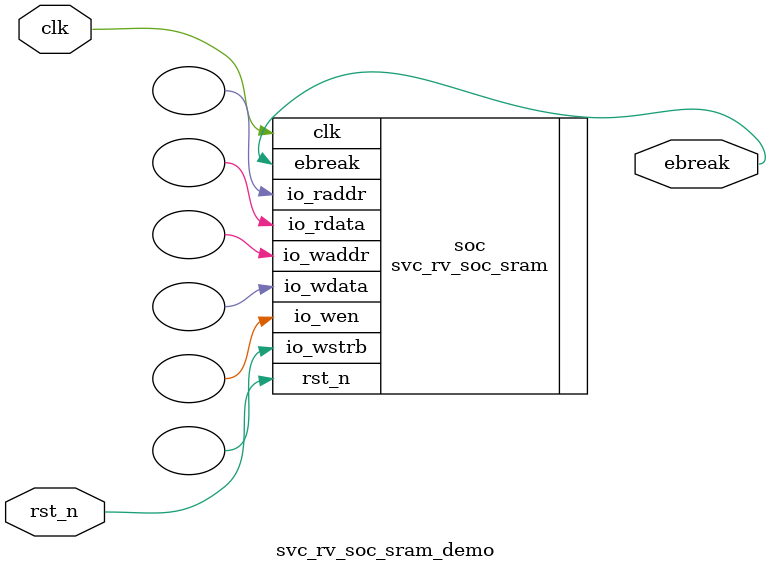
<source format=sv>
`ifndef SVC_RV_SOC_SRAM_DEMO_SV
`define SVC_RV_SOC_SRAM_DEMO_SV

`include "svc.sv"
`include "svc_rv_soc_sram.sv"

module svc_rv_soc_sram_demo (
    input  logic clk,
    input  logic rst_n,
    output logic ebreak
);

  // Instantiate the RISC-V SoC with program pre-loaded in IMEM
  //
  // Program loaded from program.hex into IMEM
  // Fibonacci(100) - computes 100th Fibonacci number (truncated to 32-bit) in x11
  // Result is then shifted left by 1 in x30
  // This exercises ALU, branches, loops, and register forwarding
  //
  // Program includes performance counter reads (RDCYCLE, RDINSTRET)
  // before and after the main computation for CPI measurement
  //
  // This program only uses registers, so it doesn't need any DMEM,
  // and only uses 18 instructions (72 bytes), so IMEM_AW 5 (128 bytes)
  // is sufficient. These overrides can be removed when bram is used.
  svc_rv_soc_sram #(
      .XLEN       (32),
      .IMEM_DEPTH (32),
      .DMEM_DEPTH (2),
      .PIPELINED  (1),
      .FWD_REGFILE(1),
      .FWD        (0),
      .BPRED      (1),
      .IMEM_INIT  ("rtl/svc_rv_soc_sram_demo/program.hex")
  ) soc (
      .clk     (clk),
      .rst_n   (rst_n),
      .ebreak  (ebreak),
      .io_raddr(),
      .io_rdata(),
      .io_wen  (),
      .io_waddr(),
      .io_wdata(),
      .io_wstrb()
  );

endmodule

`endif

</source>
